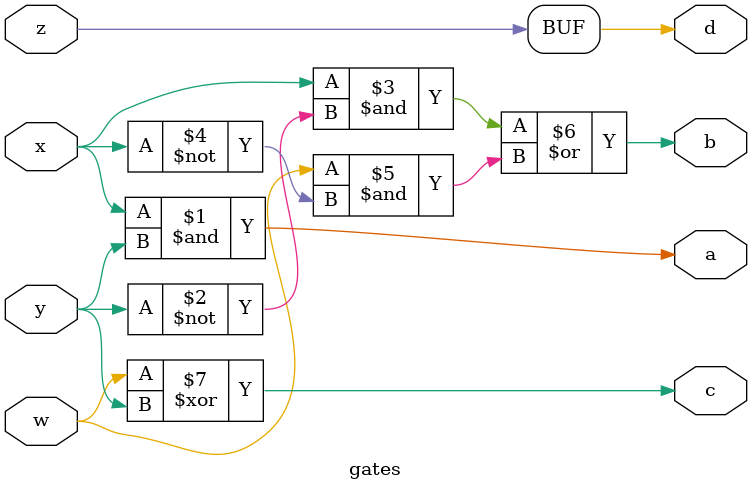
<source format=v>
module gates(w,x,y,z,a,b,c,d);
    input x,y,w,z;
    output a,b,c,d;

    
    assign a = x&y;
    assign b = (x&(~y))|(w&(~x));
    assign c = w ^ y;
    assign d = z;
    
    
endmodule
</source>
